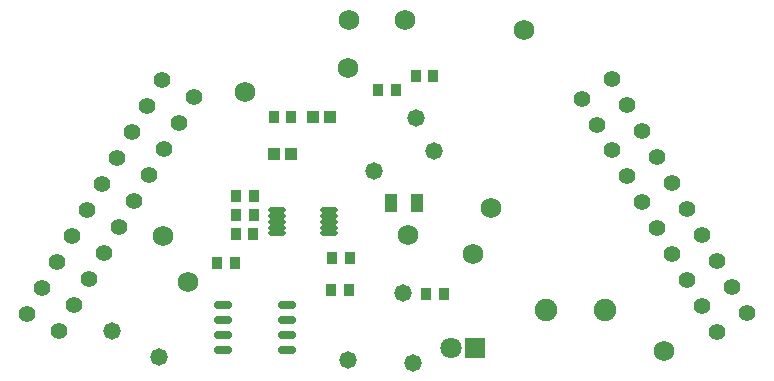
<source format=gts>
%FSLAX44Y44*%
%MOMM*%
G71*
G01*
G75*
G04 Layer_Color=8388736*
%ADD10R,0.7000X0.9000*%
%ADD11R,0.8000X1.4000*%
%ADD12O,1.4000X0.3500*%
%ADD13R,0.8000X0.9000*%
%ADD14O,1.4500X0.6000*%
%ADD15C,0.5000*%
%ADD16C,0.2540*%
%ADD17C,0.2500*%
%ADD18C,0.4000*%
%ADD19C,1.5240*%
%ADD20C,1.6000*%
%ADD21R,1.6000X1.6000*%
%ADD22C,1.7000*%
%ADD23C,1.2000*%
%ADD24C,1.2700*%
%ADD25C,0.6000*%
%ADD26C,0.2000*%
%ADD27C,0.1000*%
%ADD28C,0.1270*%
%ADD29R,0.9032X1.1032*%
%ADD30R,1.0032X1.6032*%
%ADD31O,1.5000X0.4500*%
%ADD32R,1.0032X1.1032*%
%ADD33O,1.5500X0.7000*%
%ADD34C,1.7272*%
%ADD35C,1.8032*%
%ADD36R,1.8032X1.8032*%
%ADD37C,1.9032*%
%ADD38C,1.4032*%
%ADD39C,1.4732*%
D29*
X244362Y127000D02*
D03*
X229362D02*
D03*
X260096Y167894D02*
D03*
X245096D02*
D03*
X380626Y274066D02*
D03*
X365626D02*
D03*
X341002Y104394D02*
D03*
X326002D02*
D03*
X412376Y286004D02*
D03*
X397376D02*
D03*
X245230Y184404D02*
D03*
X260230Y184404D02*
D03*
X341364Y131934D02*
D03*
X326364D02*
D03*
X421266Y101346D02*
D03*
X406266D02*
D03*
X259976Y152146D02*
D03*
X244976D02*
D03*
X292234Y250698D02*
D03*
X277234D02*
D03*
D30*
X376500Y178000D02*
D03*
X398500D02*
D03*
D31*
X279860Y172414D02*
D03*
Y167414D02*
D03*
Y162414D02*
D03*
Y157414D02*
D03*
Y152414D02*
D03*
X323860Y172414D02*
D03*
Y167414D02*
D03*
Y162414D02*
D03*
Y157414D02*
D03*
Y152414D02*
D03*
D32*
X277480Y219710D02*
D03*
X291480D02*
D03*
X324500Y251000D02*
D03*
X310500D02*
D03*
D33*
X288500Y53950D02*
D03*
Y66650D02*
D03*
Y79350D02*
D03*
Y92050D02*
D03*
X234000Y53950D02*
D03*
Y66650D02*
D03*
Y79350D02*
D03*
Y92050D02*
D03*
D34*
X390906Y151130D02*
D03*
X183388Y149860D02*
D03*
X388112Y332994D02*
D03*
X340614Y333502D02*
D03*
X460756Y173990D02*
D03*
X445770Y134620D02*
D03*
X252500Y272000D02*
D03*
X205000Y111000D02*
D03*
X488750Y325000D02*
D03*
X607500Y52500D02*
D03*
X340106Y292354D02*
D03*
D35*
X427500Y55000D02*
D03*
D36*
X447500D02*
D03*
D37*
X557500Y87500D02*
D03*
X507500D02*
D03*
D38*
X678241Y85294D02*
D03*
X665541Y107290D02*
D03*
X652841Y129288D02*
D03*
X640141Y151285D02*
D03*
X627441Y173282D02*
D03*
X614741Y195279D02*
D03*
X602041Y217276D02*
D03*
X589341Y239273D02*
D03*
X576641Y261270D02*
D03*
X563941Y283267D02*
D03*
X538104Y266618D02*
D03*
X550804Y244621D02*
D03*
X563504Y222624D02*
D03*
X576204Y200627D02*
D03*
X588904Y178630D02*
D03*
X601604Y156632D02*
D03*
X614304Y134635D02*
D03*
X627004Y112638D02*
D03*
X639704Y90641D02*
D03*
X652404Y68644D02*
D03*
X95356Y69857D02*
D03*
X108056Y91854D02*
D03*
X120756Y113851D02*
D03*
X133456Y135848D02*
D03*
X146156Y157845D02*
D03*
X158856Y179842D02*
D03*
X171556Y201839D02*
D03*
X184256Y223836D02*
D03*
X196956Y245833D02*
D03*
X209656Y267830D02*
D03*
X182369Y281968D02*
D03*
X169669Y259971D02*
D03*
X156969Y237974D02*
D03*
X144269Y215977D02*
D03*
X131569Y193980D02*
D03*
X118869Y171982D02*
D03*
X106169Y149986D02*
D03*
X93469Y127988D02*
D03*
X80769Y105991D02*
D03*
X68069Y83994D02*
D03*
D39*
X362500Y205000D02*
D03*
X412500Y222500D02*
D03*
X395000Y42500D02*
D03*
X340000Y45000D02*
D03*
X386588Y101600D02*
D03*
X140000Y70000D02*
D03*
X180000Y47500D02*
D03*
X397500Y250250D02*
D03*
M02*

</source>
